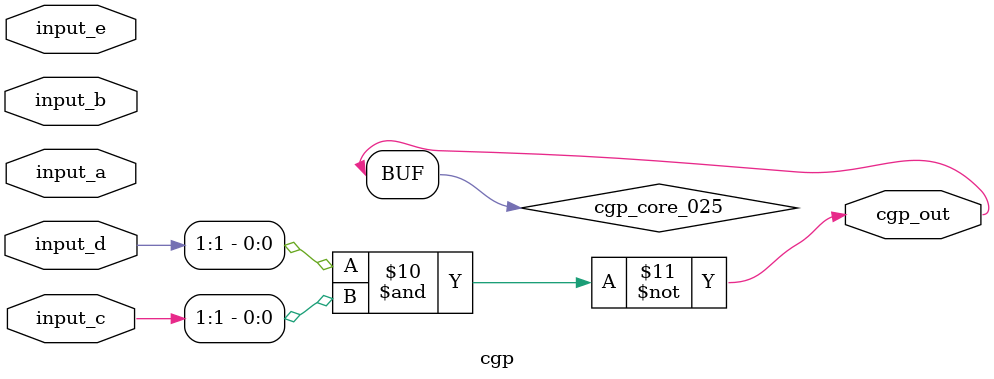
<source format=v>
module cgp(input [1:0] input_a, input [1:0] input_b, input [1:0] input_c, input [1:0] input_d, input [1:0] input_e, output [0:0] cgp_out);
  wire cgp_core_013;
  wire cgp_core_014;
  wire cgp_core_015_not;
  wire cgp_core_017;
  wire cgp_core_019;
  wire cgp_core_021;
  wire cgp_core_022;
  wire cgp_core_025;
  wire cgp_core_026;
  wire cgp_core_027;
  wire cgp_core_029;
  wire cgp_core_030;
  wire cgp_core_032;
  wire cgp_core_033;
  wire cgp_core_038;
  wire cgp_core_040;
  wire cgp_core_042;
  wire cgp_core_043;
  wire cgp_core_045;
  wire cgp_core_049;
  wire cgp_core_052;
  wire cgp_core_053;
  wire cgp_core_054;

  assign cgp_core_013 = ~(input_d[1] & input_e[0]);
  assign cgp_core_014 = ~(input_b[1] ^ input_c[1]);
  assign cgp_core_015_not = ~input_e[1];
  assign cgp_core_017 = ~input_c[1];
  assign cgp_core_019 = input_d[1] & input_d[0];
  assign cgp_core_021 = ~input_a[1];
  assign cgp_core_022 = input_d[0] & input_a[1];
  assign cgp_core_025 = ~(input_d[1] & input_c[1]);
  assign cgp_core_026 = input_b[0] & input_a[0];
  assign cgp_core_027 = ~(input_e[1] ^ input_c[1]);
  assign cgp_core_029 = input_a[0] & input_b[0];
  assign cgp_core_030 = ~input_c[0];
  assign cgp_core_032 = input_e[0] | input_a[0];
  assign cgp_core_033 = ~(input_e[0] ^ input_c[1]);
  assign cgp_core_038 = input_e[1] | input_b[1];
  assign cgp_core_040 = ~input_b[0];
  assign cgp_core_042 = ~input_c[0];
  assign cgp_core_043 = input_e[0] & input_c[1];
  assign cgp_core_045 = ~input_a[1];
  assign cgp_core_049 = input_a[1] | input_a[0];
  assign cgp_core_052 = input_c[0] ^ input_d[1];
  assign cgp_core_053 = ~(input_c[0] & input_a[1]);
  assign cgp_core_054 = input_e[0] | input_b[1];

  assign cgp_out[0] = cgp_core_025;
endmodule
</source>
